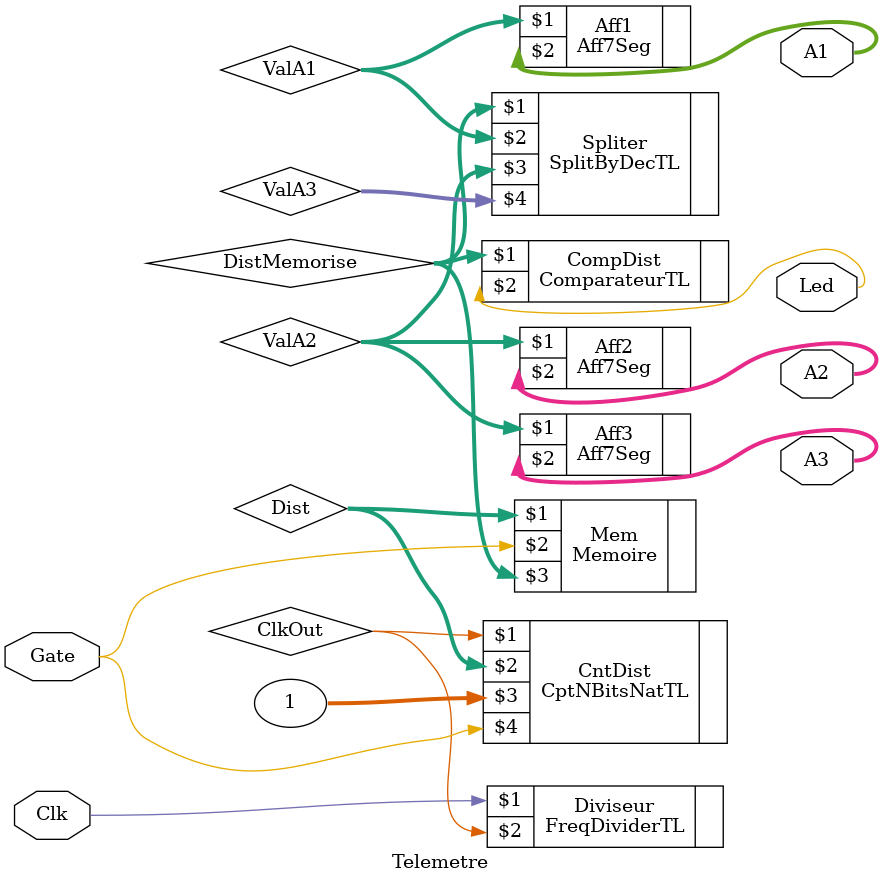
<source format=v>
module Telemetre(Clk, Gate, A1, A2, A3, Led);

input Clk, Gate;
output[6:0] A1, A2, A3;
output Led;

wire ClkOut;
wire [7:0] Dist, DistMemorise;
wire [3:0] ValA1, ValA2, ValA3;

FreqDividerTL #(7350, 3675, 1, 13) Diviseur(Clk, ClkOut) ;
CptNBitsNatTL #(8, 256, 0, 1, 0) CntDist(ClkOut, Dist, 1, Gate);
Memoire #(8, 0) Mem(Dist, Gate, DistMemorise);
ComparateurTL #(15, 8) CompDist(DistMemorise, Led);
SplitByDecTL Spliter(DistMemorise, ValA1, ValA2, ValA3);
Aff7Seg #(0) Aff1(ValA1, A1);
Aff7Seg #(0) Aff2(ValA2, A2);
Aff7Seg #(0) Aff3(ValA2, A3);


endmodule

</source>
